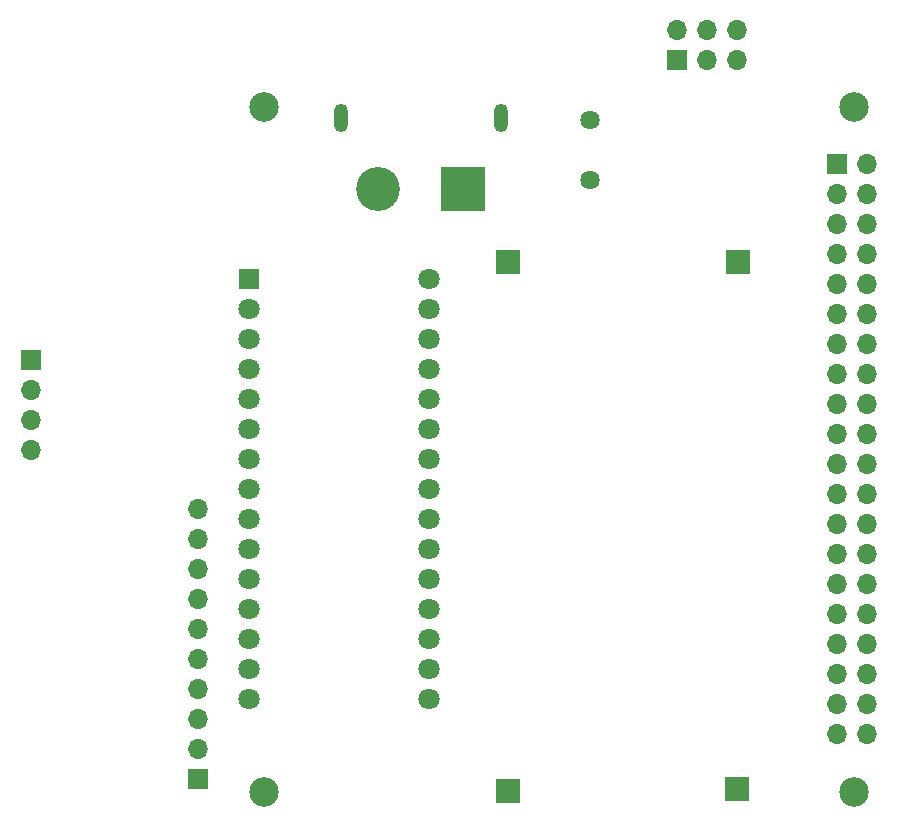
<source format=gbr>
%TF.GenerationSoftware,KiCad,Pcbnew,7.0.2-0*%
%TF.CreationDate,2024-01-24T17:58:37-05:00*%
%TF.ProjectId,Pi_HAT_V4_Simple,50695f48-4154-45f5-9634-5f53696d706c,rev?*%
%TF.SameCoordinates,Original*%
%TF.FileFunction,Soldermask,Top*%
%TF.FilePolarity,Negative*%
%FSLAX46Y46*%
G04 Gerber Fmt 4.6, Leading zero omitted, Abs format (unit mm)*
G04 Created by KiCad (PCBNEW 7.0.2-0) date 2024-01-24 17:58:37*
%MOMM*%
%LPD*%
G01*
G04 APERTURE LIST*
%ADD10C,1.635000*%
%ADD11C,1.800000*%
%ADD12R,1.800000X1.800000*%
%ADD13R,1.700000X1.700000*%
%ADD14O,1.700000X1.700000*%
%ADD15C,2.500000*%
%ADD16R,3.716000X3.716000*%
%ADD17C,3.716000*%
%ADD18O,1.200000X2.400000*%
%ADD19R,2.000000X2.000000*%
G04 APERTURE END LIST*
D10*
%TO.C,S1*%
X130149600Y-80746600D03*
X130149600Y-75666600D03*
%TD*%
D11*
%TO.C,TB1*%
X116492300Y-89077800D03*
X116492300Y-91617800D03*
X116492300Y-94157800D03*
X116492300Y-96697800D03*
X116492300Y-99237800D03*
X116492300Y-101777800D03*
X116492300Y-104317800D03*
X116492300Y-106857800D03*
X116492300Y-109397800D03*
X116492300Y-111937800D03*
X116492300Y-114477800D03*
X116492300Y-117017800D03*
X116492300Y-119557800D03*
X116492300Y-122097800D03*
X116492300Y-124637800D03*
X101252300Y-124637800D03*
X101252300Y-122097800D03*
X101252300Y-119557800D03*
X101252300Y-117017800D03*
X101252300Y-114477800D03*
X101252300Y-111937800D03*
X101252300Y-109397800D03*
X101252300Y-106857800D03*
X101252300Y-104317800D03*
X101252300Y-101777800D03*
X101252300Y-99237800D03*
X101252300Y-96697800D03*
X101252300Y-94157800D03*
X101252300Y-91617800D03*
D12*
X101252300Y-89077800D03*
%TD*%
D13*
%TO.C,J3*%
X137475000Y-70525000D03*
D14*
X137475000Y-67985000D03*
X140015000Y-70525000D03*
X140015000Y-67985000D03*
X142555000Y-70525000D03*
X142555000Y-67985000D03*
%TD*%
D15*
%TO.C,H1*%
X152500000Y-74500000D03*
%TD*%
%TO.C,H2*%
X102500000Y-74500000D03*
%TD*%
%TO.C,H3*%
X102500000Y-132500000D03*
%TD*%
D14*
%TO.C,J1*%
X96956800Y-108543800D03*
X96956800Y-111083800D03*
X96956800Y-113623800D03*
X96956800Y-116163800D03*
X96956800Y-118703800D03*
X96956800Y-121243800D03*
X96956800Y-123783800D03*
X96956800Y-126323800D03*
X96956800Y-128863800D03*
D13*
X96956800Y-131403800D03*
%TD*%
D15*
%TO.C,H4*%
X152500000Y-132500000D03*
%TD*%
D13*
%TO.C,J2*%
X151000000Y-79400000D03*
D14*
X153540000Y-79400000D03*
X151000000Y-81940000D03*
X153540000Y-81940000D03*
X151000000Y-84480000D03*
X153540000Y-84480000D03*
X151000000Y-87020000D03*
X153540000Y-87020000D03*
X151000000Y-89560000D03*
X153540000Y-89560000D03*
X151000000Y-92100000D03*
X153540000Y-92100000D03*
X151000000Y-94640000D03*
X153540000Y-94640000D03*
X151000000Y-97180000D03*
X153540000Y-97180000D03*
X151000000Y-99720000D03*
X153540000Y-99720000D03*
X151000000Y-102260000D03*
X153540000Y-102260000D03*
X151000000Y-104800000D03*
X153540000Y-104800000D03*
X151000000Y-107340000D03*
X153540000Y-107340000D03*
X151000000Y-109880000D03*
X153540000Y-109880000D03*
X151000000Y-112420000D03*
X153540000Y-112420000D03*
X151000000Y-114960000D03*
X153540000Y-114960000D03*
X151000000Y-117500000D03*
X153540000Y-117500000D03*
X151000000Y-120040000D03*
X153540000Y-120040000D03*
X151000000Y-122580000D03*
X153540000Y-122580000D03*
X151000000Y-125120000D03*
X153540000Y-125120000D03*
X151000000Y-127660000D03*
X153540000Y-127660000D03*
%TD*%
D16*
%TO.C,J5*%
X119398600Y-81489200D03*
D17*
X112198600Y-81489200D03*
D18*
X122548600Y-75489200D03*
X109048600Y-75489200D03*
%TD*%
D13*
%TO.C,J7*%
X82829400Y-95935800D03*
D14*
X82829400Y-98475800D03*
X82829400Y-101015800D03*
X82829400Y-103555800D03*
%TD*%
D19*
%TO.C,U1*%
X142595600Y-132308600D03*
X123143600Y-132422600D03*
X142643600Y-87672600D03*
X123143600Y-87672600D03*
%TD*%
M02*

</source>
